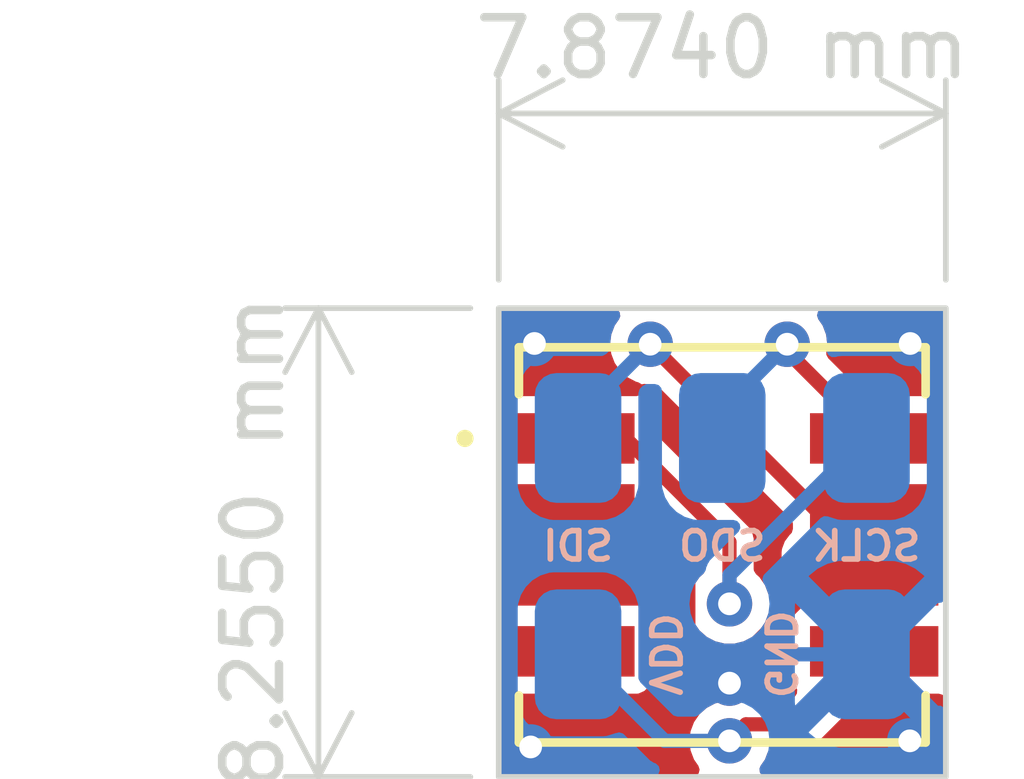
<source format=kicad_pcb>
(kicad_pcb (version 20221018) (generator pcbnew)
  (layers (0 "F.Cu" signal) (31 "B.Cu" signal) (34 "B.Paste" user) (35 "F.Paste" user) (36 "B.SilkS" user "B.Silkscreen") (37 "F.SilkS" user "F.Silkscreen") (38 "B.Mask" user) (39 "F.Mask" user) (44 "Edge.Cuts" user))
  (net 0 "")
  (net 1 "VDD")
  (net 2 "GND")
  (net 3 "SCLK")
  (net 4 "SDO")
  (net 5 "SDI")
  (net 6 "CSB")
  (footprint "Pneumatactors:MS5803-01BA01_TEC" (layer "F.Cu") (at 41.91 35.284)
    (fp_text reference "U1" hide)
    (fp_text value "MS580301BA01-00" hide)
    (fp_line (start -3.5814 -3.4798) (end -3.5814 -2.65224) (stroke (width 0.1524)) (layer "F.SilkS"))
    (fp_line (start -3.5814 2.65224) (end -3.5814 3.4798) (stroke (width 0.1524)) (layer "F.SilkS"))
    (fp_line (start -3.5814 3.4798) (end 3.5814 3.4798) (stroke (width 0.1524)) (layer "F.SilkS"))
    (fp_line (start 3.5814 -3.4798) (end -3.5814 -3.4798) (stroke (width 0.1524)) (layer "F.SilkS"))
    (fp_line (start 3.5814 -2.65224) (end 3.5814 -3.4798) (stroke (width 0.1524)) (layer "F.SilkS"))
    (fp_line (start 3.5814 3.4798) (end 3.5814 2.65224) (stroke (width 0.1524)) (layer "F.SilkS"))
    (fp_circle (center -4.5319 -1.875) (end -4.4557 -1.875) (stroke (width 0.1524)) (fill none) (layer "F.SilkS"))
    (pad "1" smd rect (at -2.674998 -1.875) (size 2.2606 0.889) (layers "F.Cu" "F.Paste" "F.Mask") (net 3 "SCLK"))
    (pad "2" smd rect (at -2.674998 -0.625) (size 2.2606 0.889) (layers "F.Cu" "F.Paste" "F.Mask") (net 2 "GND"))
    (pad "3" smd rect (at -2.408298 0.625) (size 2.794 0.889) (layers "F.Cu" "F.Paste" "F.Mask") (net 6 "CSB"))
    (pad "4" smd rect (at -2.674998 1.875) (size 2.2606 0.889) (layers "F.Cu" "F.Paste" "F.Mask"))
    (pad "5" smd rect (at 2.674998 1.875) (size 2.2606 0.889) (layers "F.Cu" "F.Paste" "F.Mask") (net 1 "VDD"))
    (pad "6" smd rect (at 2.674998 0.625) (size 2.2606 0.889) (layers "F.Cu" "F.Paste" "F.Mask") (net 2 "GND"))
    (pad "7" smd rect (at 2.674998 -0.625) (size 2.2606 0.889) (layers "F.Cu" "F.Paste" "F.Mask") (net 5 "SDI"))
    (pad "8" smd rect (at 2.674998 -1.875) (size 2.2606 0.889) (layers "F.Cu" "F.Paste" "F.Mask") (net 4 "SDO"))
  )
  (footprint "Pneumatactors:SingleSMDPad" (layer "B.Cu") (at 41.91 33.401 -90)
    (fp_text reference "J5" hide)
    (fp_text value "Conn_01x01_Pin" hide)
    (pad "1" smd roundrect (at 0 2.54 270) (size 2.286 1.524) (layers "B.Cu" "B.Paste" "B.Mask") (net 5 "SDI"))
  )
  (footprint "Pneumatactors:SingleSMDPad" (layer "B.Cu") (at 46.99 33.401 -90)
    (fp_text reference "J3" hide)
    (fp_text value "Conn_01x01_Pin" hide)
    (pad "1" smd roundrect (at 0 2.54 270) (size 2.286 1.524) (layers "B.Cu" "B.Paste" "B.Mask") (net 3 "SCLK"))
  )
  (footprint "Pneumatactors:SingleSMDPad" (layer "B.Cu") (at 41.91 37.211 90)
    (fp_text reference "J2" hide)
    (fp_text value "Conn_01x01_Pin" hide)
    (pad "1" smd roundrect (at 0 2.54 90) (size 2.286 1.524) (layers "B.Cu" "B.Paste" "B.Mask") (net 2 "GND"))
  )
  (footprint "Pneumatactors:SingleSMDPad" (layer "B.Cu") (at 36.83 37.211 90)
    (fp_text reference "J1" hide)
    (fp_text value "Conn_01x01_Pin" hide)
    (pad "1" smd roundrect (at 0 2.54 90) (size 2.286 1.524) (layers "B.Cu" "B.Paste" "B.Mask") (net 1 "VDD"))
  )
  (footprint "Pneumatactors:SingleSMDPad" (layer "B.Cu") (at 44.45 33.401 -90)
    (fp_text reference "J4" hide)
    (fp_text value "Conn_01x01_Pin" hide)
    (pad "1" smd roundrect (at 0 2.54 270) (size 2.286 1.524) (layers "B.Cu" "B.Paste" "B.Mask") (net 4 "SDO"))
  )
  (gr_rect (start 37.973 31.115) (end 45.847 39.37) (stroke (width 0.1)) (fill none) (layer "Edge.Cuts"))
  (gr_text "SDI" (at 39.37 35.306) (layer "B.SilkS") (effects (font (size 0.5 0.5) (thickness 0.1) bold) (justify mirror)))
  (gr_text "SCLK" (at 44.45 35.306) (layer "B.SilkS") (effects (font (size 0.5 0.5) (thickness 0.1) bold) (justify mirror)))
  (gr_text "SDO" (at 41.91 35.306) (layer "B.SilkS") (effects (font (size 0.5 0.5) (thickness 0.1) bold) (justify mirror)))
  (gr_text "GND" (at 42.926 37.211 -90) (layer "B.SilkS") (effects (font (size 0.5 0.5) (thickness 0.1) bold) (justify mirror)))
  (gr_text "VDD" (at 40.894 37.211 -90) (layer "B.SilkS") (effects (font (size 0.5 0.5) (thickness 0.1) bold) (justify mirror)))
  (dimension (type aligned) (layer "Edge.Cuts") (pts (xy 45.847 31.115) (xy 37.973 31.115)) (height 3.429) (gr_text "7.8740 mm" (at 41.91 26.536) (layer "Edge.Cuts") (effects (font (size 1 1) (thickness 0.15)))) (format (prefix "") (suffix "") (units 3) (units_format 1) (precision 4)) (style (thickness 0.1) (arrow_length 1.27) (text_position_mode 0) (extension_height 0.58642) (extension_offset 0.5) keep_text_aligned))
  (dimension (type aligned) (layer "Edge.Cuts") (pts (xy 37.973 31.115) (xy 37.973 39.37)) (height 3.175) (gr_text "8.2550 mm" (at 33.648 35.2425 90) (layer "Edge.Cuts") (effects (font (size 1 1) (thickness 0.15)))) (format (prefix "") (suffix "") (units 3) (units_format 1) (precision 4)) (style (thickness 0.1) (arrow_length 1.27) (text_position_mode 0) (extension_height 0.58642) (extension_offset 0.5) keep_text_aligned))
  (segment (start 44.584998 37.159) (end 43.299998 38.444) (width 0.25) (layer "F.Cu") (net 1))
  (segment (start 42.328 38.444) (end 42.037 38.735) (width 0.25) (layer "F.Cu") (net 1))
  (segment (start 43.299998 38.444) (end 42.328 38.444) (width 0.25) (layer "F.Cu") (net 1))
  (via (at 42.037 38.735) (size 0.8) (drill 0.4) (layers "F.Cu" "B.Cu") (net 1))
  (segment (start 42.037 38.735) (end 40.894 38.735) (width 0.25) (layer "B.Cu") (net 1))
  (segment (start 40.894 38.735) (end 39.37 37.211) (width 0.25) (layer "B.Cu") (net 1))
  (segment (start 39.235002 34.659) (end 40.755 34.659) (width 0.25) (layer "F.Cu") (net 2))
  (segment (start 41.312 36.994) (end 42.037 37.719) (width 0.25) (layer "F.Cu") (net 2))
  (segment (start 40.755 34.659) (end 41.312 35.216) (width 0.25) (layer "F.Cu") (net 2))
  (segment (start 41.312 35.216) (end 41.312 36.994) (width 0.25) (layer "F.Cu") (net 2))
  (segment (start 42.037 37.482198) (end 43.610198 35.909) (width 0.25) (layer "F.Cu") (net 2))
  (segment (start 42.037 37.719) (end 42.037 37.482198) (width 0.25) (layer "F.Cu") (net 2))
  (segment (start 43.610198 35.909) (end 44.584998 35.909) (width 0.25) (layer "F.Cu") (net 2))
  (via (at 45.212 38.735) (size 0.8) (drill 0.4) (layers "F.Cu" "B.Cu") (net 2))
  (via (at 38.534972 38.842435) (size 0.8) (drill 0.4) (layers "F.Cu" "B.Cu") (net 2))
  (via (at 42.037 37.719) (size 0.8) (drill 0.4) (layers "F.Cu" "B.Cu") (net 2))
  (via (at 45.218705 31.737142) (size 0.8) (drill 0.4) (layers "F.Cu" "B.Cu") (net 2))
  (via (at 38.602294 31.736653) (size 0.8) (drill 0.4) (layers "F.Cu" "B.Cu") (net 2))
  (segment (start 42.545 37.211) (end 42.037 37.719) (width 0.25) (layer "B.Cu") (net 2))
  (segment (start 44.45 37.211) (end 42.545 37.211) (width 0.25) (layer "B.Cu") (net 2))
  (segment (start 42.037 36.322) (end 42.037 35.236198) (width 0.25) (layer "F.Cu") (net 3))
  (segment (start 42.037 35.236198) (end 40.209802 33.409) (width 0.25) (layer "F.Cu") (net 3))
  (segment (start 40.209802 33.409) (end 39.235002 33.409) (width 0.25) (layer "F.Cu") (net 3))
  (via (at 42.037 36.322) (size 0.8) (drill 0.4) (layers "F.Cu" "B.Cu") (net 3))
  (segment (start 44.45 33.401) (end 42.037 35.814) (width 0.25) (layer "B.Cu") (net 3))
  (segment (start 42.037 35.814) (end 42.037 36.322) (width 0.25) (layer "B.Cu") (net 3))
  (segment (start 43.053 31.75) (end 43.053 31.877002) (width 0.25) (layer "F.Cu") (net 4))
  (segment (start 43.053 31.877002) (end 44.584998 33.409) (width 0.25) (layer "F.Cu") (net 4))
  (via (at 43.053 31.75) (size 0.8) (drill 0.4) (layers "F.Cu" "B.Cu") (net 4))
  (segment (start 41.91 33.401) (end 41.91 32.893) (width 0.25) (layer "B.Cu") (net 4))
  (segment (start 41.91 32.893) (end 43.053 31.75) (width 0.25) (layer "B.Cu") (net 4))
  (segment (start 40.64 31.75) (end 43.549 34.659) (width 0.25) (layer "F.Cu") (net 5))
  (segment (start 43.549 34.659) (end 44.584998 34.659) (width 0.25) (layer "F.Cu") (net 5))
  (via (at 40.64 31.75) (size 0.8) (drill 0.4) (layers "F.Cu" "B.Cu") (net 5))
  (segment (start 39.37 33.02) (end 40.64 31.75) (width 0.25) (layer "B.Cu") (net 5))
  (segment (start 39.37 33.401) (end 39.37 33.02) (width 0.25) (layer "B.Cu") (net 5))
  (zone (net 2) (net_name "GND") (layers "F&B.Cu") (connect_pads (clearance 0.3)) (min_thickness 0.25) (fill yes (thermal_gap 0.5) (thermal_bridge_width 0.5))
    (polygon (pts (xy 46.355 31.115) (xy 37.465 31.115) (xy 37.465 39.37) (xy 46.355 39.37)))
  )
)
</source>
